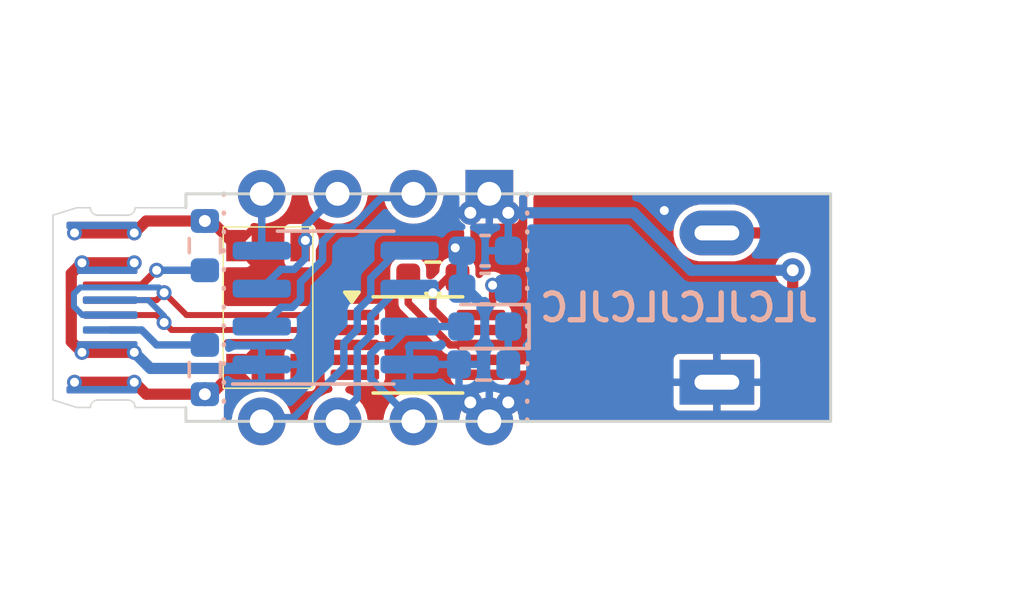
<source format=kicad_pcb>
(kicad_pcb (version 20240108) (generator "pcbnew") (generator_version "8.0")
  (layers (0 "F.Cu" signal) (31 "B.Cu" signal) (34 "B.Paste" user) (35 "F.Paste" user) (36 "B.SilkS" user "B.Silkscreen") (37 "F.SilkS" user "F.Silkscreen") (38 "B.Mask" user) (39 "F.Mask" user) (44 "Edge.Cuts" user))
  (net 0 "")
  (net 1 "GND")
  (net 2 "Net-(U2-V3)")
  (net 3 "D+")
  (net 4 "D-")
  (net 5 "PA3")
  (net 6 "PA6")
  (net 7 "Net-(D1-K)")
  (net 8 "PA7")
  (net 9 "PA1")
  (net 10 "Net-(J1-CC1)")
  (net 11 "Net-(J1-CC2)")
  (net 12 "PA2")
  (net 13 "VCC")
  (net 14 "/Vedlc")
  (net 15 "UPDI")
  (net 16 "Net-(U2-TXD)")
  (footprint "Library:sw" (layer "F.Cu") (at 119.05 100 180)
    (property "Reference" "SW2" (hide yes))
    (property "Value" "SW_SPDT" (hide yes))
    (pad "1" smd roundrect (at 0 -2.5 180) (size 2 1) (layers "F.Cu" "F.Paste" "F.Mask") (roundrect_rratio 0.5))
    (pad "2" smd roundrect (at 0 0 180) (size 2 1) (layers "F.Cu" "F.Paste" "F.Mask") (roundrect_rratio 0.5) (net 13 "VCC"))
    (pad "3" smd roundrect (at 0 2.5 180) (size 2 1) (layers "F.Cu" "F.Paste" "F.Mask") (roundrect_rratio 0.5) (net 14 "/Vedlc"))
  )
  (footprint "Package_DIP:DIP-8_W7.62mm_Socket" (layer "F.Cu") (at 108.89 96.19 -90)
    (property "Reference" "J2" (hide yes))
    (property "Value" "OUT" (hide yes))
    (pad "1" thru_hole rect (at 0 0 270) (size 1.6 1.6) (drill 0.8) (layers "*.Cu" "*.Mask") (net 13 "VCC"))
    (pad "2" thru_hole oval (at 0 2.54 270) (size 1.6 1.6) (drill 0.8) (layers "*.Cu" "*.Mask") (net 6 "PA6"))
    (pad "3" thru_hole oval (at 0 5.08 270) (size 1.6 1.6) (drill 0.8) (layers "*.Cu" "*.Mask") (net 8 "PA7"))
    (pad "4" thru_hole oval (at 0 7.62 270) (size 1.6 1.6) (drill 0.8) (layers "*.Cu" "*.Mask") (net 9 "PA1"))
    (pad "5" thru_hole oval (at 7.62 7.62 270) (size 1.6 1.6) (drill 0.8) (layers "*.Cu" "*.Mask") (net 12 "PA2"))
    (pad "6" thru_hole oval (at 7.62 5.08 270) (size 1.6 1.6) (drill 0.8) (layers "*.Cu" "*.Mask") (net 15 "UPDI"))
    (pad "7" thru_hole oval (at 7.62 2.54 270) (size 1.6 1.6) (drill 0.8) (layers "*.Cu" "*.Mask") (net 5 "PA3"))
    (pad "8" thru_hole oval (at 7.62 0 270) (size 1.6 1.6) (drill 0.8) (layers "*.Cu" "*.Mask") (net 1 "GND"))
  )
  (footprint "Package_SO:MSOP-10_3x3mm_P0.5mm" (layer "F.Cu") (at 106.5 101.25)
    (property "Reference" "U2" (hide yes))
    (property "Value" "CH340E" (hide yes))
    (fp_line (start 0 -1.61) (end -1.5 -1.61) (stroke (width 0.12)) (layer "F.SilkS"))
    (fp_line (start 0 -1.61) (end 1.5 -1.61) (stroke (width 0.12)) (layer "F.SilkS"))
    (fp_line (start 0 1.61) (end -1.5 1.61) (stroke (width 0.12)) (layer "F.SilkS"))
    (fp_line (start 0 1.61) (end 1.5 1.61) (stroke (width 0.12)) (layer "F.SilkS"))
    (fp_poly (pts (xy -2.2125 -1.435) (xy -2.4525 -1.765) (xy -1.9725 -1.765) (xy -2.2125 -1.435)) (stroke (width 0.12)) (fill solid) (layer "F.SilkS"))
    (pad "1" smd roundrect (at -2.1125 -1) (size 1.625 0.35) (layers "F.Cu" "F.Paste" "F.Mask") (net 3 "D+"))
    (pad "2" smd roundrect (at -2.1125 -0.5) (size 1.625 0.35) (layers "F.Cu" "F.Paste" "F.Mask") (net 4 "D-"))
    (pad "3" smd roundrect (at -2.1125 0) (size 1.625 0.35) (layers "F.Cu" "F.Paste" "F.Mask") (net 1 "GND"))
    (pad "4" smd roundrect (at -2.1125 0.5) (size 1.625 0.35) (layers "F.Cu" "F.Paste" "F.Mask"))
    (pad "5" smd roundrect (at -2.1125 1) (size 1.625 0.35) (layers "F.Cu" "F.Paste" "F.Mask"))
    (pad "6" smd roundrect (at 2.1125 1) (size 1.625 0.35) (layers "F.Cu" "F.Paste" "F.Mask"))
    (pad "7" smd roundrect (at 2.1125 0.5) (size 1.625 0.35) (layers "F.Cu" "F.Paste" "F.Mask") (net 13 "VCC"))
    (pad "8" smd roundrect (at 2.1125 0) (size 1.625 0.35) (layers "F.Cu" "F.Paste" "F.Mask") (net 16 "Net-(U2-TXD)"))
    (pad "9" smd roundrect (at 2.1125 -0.5) (size 1.625 0.35) (layers "F.Cu" "F.Paste" "F.Mask") (net 15 "UPDI"))
    (pad "10" smd roundrect (at 2.1125 -1) (size 1.625 0.35) (layers "F.Cu" "F.Paste" "F.Mask") (net 2 "Net-(U2-V3)"))
  )
  (footprint "LOGO" (layer "F.Cu") (at 104.25 98.25)
    (property "Reference" "G***" (hide yes))
    (property "Value" "LOGO" (hide yes))
  )
  (footprint "Library:alps-skrp" (layer "F.Cu") (at 101.48 100 -90)
    (property "Reference" "SW1" (hide yes))
    (property "Value" "SW_Push" (hide yes))
    (fp_rect (start 2.7 1.5) (end -2.7 -1.5) (stroke (width 0.05)) (fill none) (layer "F.SilkS"))
    (pad "1" smd rect (at -2.075 1.075 270) (size 1.05 0.65) (layers "F.Cu" "F.Paste" "F.Mask") (net 1 "GND"))
    (pad "1" smd rect (at 2.075 1.075 270) (size 1.05 0.65) (layers "F.Cu" "F.Paste" "F.Mask") (net 1 "GND"))
    (pad "2" smd rect (at -2.075 -1.075 270) (size 1.05 0.65) (layers "F.Cu" "F.Paste" "F.Mask") (net 8 "PA7"))
    (pad "2" smd rect (at 2.075 -1.075 270) (size 1.05 0.65) (layers "F.Cu" "F.Paste" "F.Mask"))
  )
  (footprint "Library:USB-C" (layer "F.Cu") (at 98.73 100 180)
    (property "Reference" "J1" (hide yes))
    (property "Value" "USB-C" (hide yes))
    (fp_line (start 4.45 3.095) (end 4.45 0) (stroke (width 0.05)) (layer "Edge.Cuts"))
    (fp_line (start 4.45 -3.095) (end 4.45 0) (stroke (width 0.05)) (layer "Edge.Cuts"))
    (fp_line (start 3.65 3.345) (end 4.45 3.095) (stroke (width 0.05)) (layer "Edge.Cuts"))
    (fp_line (start 3.65 -3.345) (end 4.45 -3.095) (stroke (width 0.05)) (layer "Edge.Cuts"))
    (fp_line (start 3.2 3.345) (end 3.65 3.345) (stroke (width 0.05)) (layer "Edge.Cuts"))
    (fp_line (start 3.2 -3.345) (end 3.65 -3.345) (stroke (width 0.05)) (layer "Edge.Cuts"))
    (fp_line (start 1.95 3.095) (end 2.95 3.095) (stroke (width 0.05)) (layer "Edge.Cuts"))
    (fp_line (start 1.95 -3.095) (end 2.95 -3.095) (stroke (width 0.05)) (layer "Edge.Cuts"))
    (fp_line (start 0 3.345) (end 1.7 3.345) (stroke (width 0.05)) (layer "Edge.Cuts"))
    (fp_line (start 0 -3.345) (end 1.7 -3.345) (stroke (width 0.05)) (layer "Edge.Cuts"))
    (fp_arc (start 3.2 -3.345) (mid 3.126777 -3.168223) (end 2.95 -3.095) (stroke (width 0.05)) (layer "Edge.Cuts"))
    (fp_arc (start 2.95 3.095) (mid 3.126777 3.168223) (end 3.2 3.345) (stroke (width 0.05)) (layer "Edge.Cuts"))
    (fp_arc (start 1.95 -3.095) (mid 1.773223 -3.168223) (end 1.7 -3.345) (stroke (width 0.05)) (layer "Edge.Cuts"))
    (fp_arc (start 1.7 3.345) (mid 1.773223 3.168223) (end 1.95 3.095) (stroke (width 0.05)) (layer "Edge.Cuts"))
    (pad "1" smd roundrect (at 2.81 -2.75 180) (size 2.38 0.25) (layers "F.Cu" "F.Paste" "F.Mask") (net 1 "GND"))
    (pad "1" smd roundrect (at 2.81 -2.75 180) (size 2.38 0.25) (layers "B.Cu" "B.Paste" "B.Mask") (net 1 "GND"))
    (pad "1" smd roundrect (at 2.81 2.75 180) (size 2.38 0.25) (layers "F.Cu" "F.Paste" "F.Mask") (net 1 "GND"))
    (pad "1" smd roundrect (at 2.81 2.75 180) (size 2.38 0.25) (layers "B.Cu" "B.Paste" "B.Mask") (net 1 "GND"))
    (pad "2" smd roundrect (at 2.535 -0.25 180) (size 1.83 0.25) (layers "B.Cu" "B.Paste" "B.Mask") (net 3 "D+"))
    (pad "2" smd roundrect (at 2.535 0.25 180) (size 1.83 0.25) (layers "F.Cu" "F.Paste" "F.Mask") (net 3 "D+"))
    (pad "3" smd roundrect (at 2.535 -0.25 180) (size 1.83 0.25) (layers "F.Cu" "F.Paste" "F.Mask") (net 4 "D-"))
    (pad "3" smd roundrect (at 2.535 0.25 180) (size 1.83 0.25) (layers "B.Cu" "B.Paste" "B.Mask") (net 4 "D-"))
    (pad "4" smd roundrect (at 2.635 -1.25 180) (size 2.03 0.25) (layers "F.Cu" "F.Paste" "F.Mask") (net 13 "VCC"))
    (pad "4" smd roundrect (at 2.635 -1.25 180) (size 2.03 0.25) (layers "B.Cu" "B.Paste" "B.Mask") (net 13 "VCC"))
    (pad "4" smd roundrect (at 2.635 1.25 180) (size 2.03 0.25) (layers "F.Cu" "F.Paste" "F.Mask") (net 13 "VCC"))
    (pad "4" smd roundrect (at 2.635 1.25 180) (size 2.03 0.25) (layers "B.Cu" "B.Paste" "B.Mask") (net 13 "VCC"))
    (pad "5" smd roundrect (at 2.535 0.75 180) (size 1.83 0.25) (layers "F.Cu" "F.Paste" "F.Mask") (net 10 "Net-(J1-CC1)"))
    (pad "6" smd roundrect (at 2.535 -0.75 180) (size 1.83 0.25) (layers "B.Cu" "B.Paste" "B.Mask") (net 11 "Net-(J1-CC2)"))
  )
  (footprint "Resistor_SMD:R_0603_1608Metric" (layer "F.Cu") (at 107 99)
    (property "Reference" "R2" (hide yes))
    (property "Value" "4.7k" (hide yes))
    (fp_line (start -0.237258 -0.5225) (end 0.237258 -0.5225) (stroke (width 0.12)) (layer "F.SilkS"))
    (fp_line (start -0.237258 0.5225) (end 0.237258 0.5225) (stroke (width 0.12)) (layer "F.SilkS"))
    (pad "1" smd roundrect (at -0.825 0) (size 0.8 0.95) (layers "F.Cu" "F.Paste" "F.Mask") (net 16 "Net-(U2-TXD)"))
    (pad "2" smd roundrect (at 0.825 0) (size 0.8 0.95) (layers "F.Cu" "F.Paste" "F.Mask") (net 15 "UPDI"))
  )
  (footprint "LOGO" (layer "F.Cu") (at 112.75 100)
    (property "Reference" "G***" (hide yes))
    (property "Value" "LOGO" (hide yes))
  )
  (footprint "Library:edlc" (layer "F.Cu") (at 116.51 100)
    (property "Reference" "C2" (hide yes))
    (property "Value" "1F5" (hide yes))
    (pad "1" thru_hole oval (at 0 -2.5) (size 2.5 1.5) (drill oval 1.5 0.5) (layers "*.Cu" "*.Mask") (net 14 "/Vedlc"))
    (pad "2" thru_hole rect (at 0 2.5) (size 2.5 1.5) (drill oval 1.5 0.5) (layers "*.Cu" "*.Mask") (net 1 "GND"))
  )
  (footprint "LED_SMD:LED_0603_1608Metric" (layer "B.Cu") (at 108.7375 100.635 180)
    (property "Reference" "D1" (hide yes))
    (property "Value" "LED" (hide yes))
    (fp_line (start 0.8 0.735) (end -1.485 0.735) (stroke (width 0.12)) (layer "B.SilkS"))
    (fp_line (start -1.485 0.735) (end -1.485 -0.735) (stroke (width 0.12)) (layer "B.SilkS"))
    (fp_line (start -1.485 -0.735) (end 0.8 -0.735) (stroke (width 0.12)) (layer "B.SilkS"))
    (pad "1" smd roundrect (at -0.7875 0 180) (size 0.875 0.95) (layers "B.Cu" "B.Paste" "B.Mask") (net 7 "Net-(D1-K)"))
    (pad "2" smd roundrect (at 0.7875 0 180) (size 0.875 0.95) (layers "B.Cu" "B.Paste" "B.Mask") (net 5 "PA3"))
  )
  (footprint "Resistor_SMD:R_0603_1608Metric" (layer "B.Cu") (at 108.7 101.905 180)
    (property "Reference" "R1" (hide yes))
    (property "Value" "10k" (hide yes))
    (fp_line (start -0.237258 0.5225) (end 0.237258 0.5225) (stroke (width 0.12)) (layer "B.SilkS"))
    (fp_line (start -0.237258 -0.5225) (end 0.237258 -0.5225) (stroke (width 0.12)) (layer "B.SilkS"))
    (pad "1" smd roundrect (at -0.825 0 180) (size 0.8 0.95) (layers "B.Cu" "B.Paste" "B.Mask") (net 7 "Net-(D1-K)"))
    (pad "2" smd roundrect (at 0.825 0 180) (size 0.8 0.95) (layers "B.Cu" "B.Paste" "B.Mask") (net 1 "GND"))
  )
  (footprint "Resistor_SMD:R_0603_1608Metric" (layer "B.Cu") (at 99.365 102.075 -90)
    (property "Reference" "R6" (hide yes))
    (property "Value" "5k1" (hide yes))
    (fp_line (start -0.237258 0.5225) (end 0.237258 0.5225) (stroke (width 0.12)) (layer "B.SilkS"))
    (fp_line (start -0.237258 -0.5225) (end 0.237258 -0.5225) (stroke (width 0.12)) (layer "B.SilkS"))
    (pad "1" smd roundrect (at -0.825 0 270) (size 0.8 0.95) (layers "B.Cu" "B.Paste" "B.Mask") (net 11 "Net-(J1-CC2)"))
    (pad "2" smd roundrect (at 0.825 0 270) (size 0.8 0.95) (layers "B.Cu" "B.Paste" "B.Mask") (net 1 "GND"))
  )
  (footprint "Capacitor_SMD:C_0603_1608Metric" (layer "B.Cu") (at 108.75 98.095 180)
    (property "Reference" "C1" (hide yes))
    (property "Value" "4u7" (hide yes))
    (fp_line (start -0.14058 0.51) (end 0.14058 0.51) (stroke (width 0.12)) (layer "B.SilkS"))
    (fp_line (start -0.14058 -0.51) (end 0.14058 -0.51) (stroke (width 0.12)) (layer "B.SilkS"))
    (pad "1" smd roundrect (at -0.775 0 180) (size 0.9 0.95) (layers "B.Cu" "B.Paste" "B.Mask") (net 13 "VCC"))
    (pad "2" smd roundrect (at 0.775 0 180) (size 0.9 0.95) (layers "B.Cu" "B.Paste" "B.Mask") (net 1 "GND"))
  )
  (footprint "Package_SO:SOIC-8_3.9x4.9mm_P1.27mm" (layer "B.Cu") (at 103.745 100)
    (property "Reference" "U1" (hide yes))
    (property "Value" "ATtiny202-SS" (hide yes))
    (fp_line (start 0 -2.56) (end -1.95 -2.56) (stroke (width 0.12)) (layer "B.SilkS"))
    (fp_line (start 0 -2.56) (end 1.95 -2.56) (stroke (width 0.12)) (layer "B.SilkS"))
    (fp_line (start 0 2.56) (end -3.45 2.56) (stroke (width 0.12)) (layer "B.SilkS"))
    (fp_line (start 0 2.56) (end 1.95 2.56) (stroke (width 0.12)) (layer "B.SilkS"))
    (pad "1" smd roundrect (at -2.475 1.905) (size 1.95 0.6) (layers "B.Cu" "B.Paste" "B.Mask") (net 13 "VCC"))
    (pad "2" smd roundrect (at -2.475 0.635) (size 1.95 0.6) (layers "B.Cu" "B.Paste" "B.Mask") (net 6 "PA6"))
    (pad "3" smd roundrect (at -2.475 -0.635) (size 1.95 0.6) (layers "B.Cu" "B.Paste" "B.Mask") (net 8 "PA7"))
    (pad "4" smd roundrect (at -2.475 -1.905) (size 1.95 0.6) (layers "B.Cu" "B.Paste" "B.Mask") (net 9 "PA1"))
    (pad "5" smd roundrect (at 2.475 -1.905) (size 1.95 0.6) (layers "B.Cu" "B.Paste" "B.Mask") (net 12 "PA2"))
    (pad "6" smd roundrect (at 2.475 -0.635) (size 1.95 0.6) (layers "B.Cu" "B.Paste" "B.Mask") (net 15 "UPDI"))
    (pad "7" smd roundrect (at 2.475 0.635) (size 1.95 0.6) (layers "B.Cu" "B.Paste" "B.Mask") (net 5 "PA3"))
    (pad "8" smd roundrect (at 2.475 1.905) (size 1.95 0.6) (layers "B.Cu" "B.Paste" "B.Mask") (net 1 "GND"))
  )
  (footprint "Resistor_SMD:R_0603_1608Metric" (layer "B.Cu") (at 99.365 97.925 90)
    (property "Reference" "R5" (hide yes))
    (property "Value" "5k1" (hide yes))
    (fp_line (start -0.237258 -0.5225) (end 0.237258 -0.5225) (stroke (width 0.12)) (layer "B.SilkS"))
    (fp_line (start -0.237258 0.5225) (end 0.237258 0.5225) (stroke (width 0.12)) (layer "B.SilkS"))
    (pad "1" smd roundrect (at -0.825 0 90) (size 0.8 0.95) (layers "B.Cu" "B.Paste" "B.Mask") (net 10 "Net-(J1-CC1)"))
    (pad "2" smd roundrect (at 0.825 0 90) (size 0.8 0.95) (layers "B.Cu" "B.Paste" "B.Mask") (net 1 "GND"))
  )
  (footprint "Capacitor_SMD:C_0603_1608Metric" (layer "B.Cu") (at 108.75 99.365 180)
    (property "Reference" "C3" (hide yes))
    (property "Value" "0u1" (hide yes))
    (fp_line (start -0.14058 0.51) (end 0.14058 0.51) (stroke (width 0.12)) (layer "B.SilkS"))
    (fp_line (start -0.14058 -0.51) (end 0.14058 -0.51) (stroke (width 0.12)) (layer "B.SilkS"))
    (pad "1" smd roundrect (at -0.775 0 180) (size 0.9 0.95) (layers "B.Cu" "B.Paste" "B.Mask") (net 2 "Net-(U2-V3)"))
    (pad "2" smd roundrect (at 0.775 0 180) (size 0.9 0.95) (layers "B.Cu" "B.Paste" "B.Mask") (net 1 "GND"))
  )
  (gr_line (start 110.16 96.19) (end 110.16 103.81) (stroke (width 0.15) (type dot)) (layer "B.SilkS"))
  (gr_line (start 100 96.19) (end 100 103.81) (stroke (width 0.15) (type dot)) (layer "B.SilkS"))
  (gr_line (start 110.16 103.81) (end 98.73 103.81) (stroke (width 0.1)) (layer "Edge.Cuts"))
  (gr_line (start 98.73 103.345) (end 98.73 103.81) (stroke (width 0.1)) (layer "Edge.Cuts"))
  (gr_line (start 120.32 103.81) (end 120.32 96.19) (stroke (width 0.1)) (layer "Edge.Cuts"))
  (gr_line (start 98.73 96.19) (end 110.16 96.19) (stroke (width 0.1)) (layer "Edge.Cuts"))
  (gr_line (start 98.73 96.19) (end 98.73 96.655) (stroke (width 0.1)) (layer "Edge.Cuts"))
  (gr_line (start 110.16 103.81) (end 120.32 103.81) (stroke (width 0.1)) (layer "Edge.Cuts"))
  (gr_line (start 110.16 96.19) (end 120.32 96.19) (stroke (width 0.1)) (layer "Edge.Cuts"))
  (gr_text "JLCJLCJLCJLC" (at 115.24 100 0) (layer "B.SilkS") (effects (font (size 0.9 0.9) (thickness 0.18) (bold yes)) (justify mirror)))
  (segment (start 99.365 97.1) (end 97.4 97.1) (width 0.375) (layer "F.Cu") (net 1))
  (segment (start 99.365 102.9) (end 99.58 102.9) (width 0.375) (layer "F.Cu") (net 1))
  (segment (start 99.365 97.1) (end 99.58 97.1) (width 0.375) (layer "F.Cu") (net 1))
  (segment (start 97.4 97.1) (end 97 97.5) (width 0.375) (layer "F.Cu") (net 1))
  (segment (start 99.58 97.1) (end 100.405 97.925) (width 0.375) (layer "F.Cu") (net 1))
  (segment (start 99.365 102.9) (end 97.4 102.9) (width 0.375) (layer "F.Cu") (net 1))
  (segment (start 99.58 102.9) (end 100.405 102.075) (width 0.375) (layer "F.Cu") (net 1))
  (segment (start 97.4 102.9) (end 97 102.5) (width 0.375) (layer "F.Cu") (net 1))
  (segment (start 95 102.5) (end 97 102.5) (width 0.375) (layer "F.Cu") (net 1))
  (segment (start 97 97.5) (end 95 97.5) (width 0.375) (layer "F.Cu") (net 1))
  (via (at 99.365 102.9) (size 0.8) (drill 0.4) (layers "F.Cu" "B.Cu") (net 1))
  (via (at 107.75 98) (size 0.5) (drill 0.3) (layers "F.Cu" "B.Cu") (net 1))
  (via (at 99.365 97.1) (size 0.8) (drill 0.4) (layers "F.Cu" "B.Cu") (net 1))
  (via (at 97 97.5) (size 0.5) (drill 0.3) (layers "F.Cu" "B.Cu") (net 1))
  (via (at 108.255 103.175) (size 0.8) (drill 0.4) (layers "F.Cu" "B.Cu") (net 1))
  (via (at 95 102.5) (size 0.5) (drill 0.3) (layers "F.Cu" "B.Cu") (net 1))
  (via (at 109.525 103.175) (size 0.8) (drill 0.4) (layers "F.Cu" "B.Cu") (net 1))
  (via (at 95 97.5) (size 0.5) (drill 0.3) (layers "F.Cu" "B.Cu") (net 1))
  (via (at 114.75 96.75) (size 0.5) (drill 0.3) (layers "F.Cu" "B.Cu") (net 1))
  (via (at 97 102.5) (size 0.5) (drill 0.3) (layers "F.Cu" "B.Cu") (net 1))
  (segment (start 107.975 99.365) (end 108.115 99.365) (width 0.375) (layer "B.Cu") (net 1))
  (segment (start 108.115 99.365) (end 108.75 100) (width 0.375) (layer "B.Cu") (net 1))
  (segment (start 107.975 98.095) (end 107.975 99.365) (width 0.375) (layer "B.Cu") (net 1))
  (segment (start 109 99.25) (end 109 99.8625) (width 0.25) (layer "F.Cu") (net 2))
  (segment (start 109 99.8625) (end 108.6125 100.25) (width 0.25) (layer "F.Cu") (net 2))
  (via (at 109 99.25) (size 0.5) (drill 0.3) (layers "F.Cu" "B.Cu") (net 2))
  (segment (start 98.75 100.25) (end 104.3875 100.25) (width 0.2) (layer "F.Cu") (net 3))
  (segment (start 98 99.5) (end 97.75 99.75) (width 0.2) (layer "F.Cu") (net 3))
  (segment (start 98 99.5) (end 98.75 100.25) (width 0.2) (layer "F.Cu") (net 3))
  (segment (start 97.75 99.75) (end 96.195 99.75) (width 0.2) (layer "F.Cu") (net 3))
  (via (at 98 99.5) (size 0.5) (drill 0.3) (layers "F.Cu" "B.Cu") (net 3))
  (segment (start 94.98 99.964386) (end 95.265614 100.25) (width 0.2) (layer "B.Cu") (net 3))
  (segment (start 97.825 99.325) (end 95.190614 99.325) (width 0.2) (layer "B.Cu") (net 3))
  (segment (start 94.98 99.535614) (end 94.98 99.964386) (width 0.2) (layer "B.Cu") (net 3))
  (segment (start 95.190614 99.325) (end 94.98 99.535614) (width 0.2) (layer "B.Cu") (net 3))
  (segment (start 98 99.5) (end 97.825 99.325) (width 0.2) (layer "B.Cu") (net 3))
  (segment (start 95.265614 100.25) (end 96.195 100.25) (width 0.2) (layer "B.Cu") (net 3))
  (segment (start 97.75 100.25) (end 96.195 100.25) (width 0.2) (layer "F.Cu") (net 4))
  (segment (start 98.25 100.75) (end 104.3875 100.75) (width 0.2) (layer "F.Cu") (net 4))
  (segment (start 98 100.5) (end 98.25 100.75) (width 0.2) (layer "F.Cu") (net 4))
  (segment (start 98 100.5) (end 97.75 100.25) (width 0.2) (layer "F.Cu") (net 4))
  (via (at 98 100.5) (size 0.5) (drill 0.3) (layers "F.Cu" "B.Cu") (net 4))
  (segment (start 98 100.5) (end 98 100.277818) (width 0.2) (layer "B.Cu") (net 4))
  (segment (start 97.472182 99.75) (end 96.195 99.75) (width 0.2) (layer "B.Cu") (net 4))
  (segment (start 98 100.277818) (end 97.472182 99.75) (width 0.2) (layer "B.Cu") (net 4))
  (segment (start 106.225 103.685) (end 106.35 103.685) (width 0.25) (layer "B.Cu") (net 5))
  (segment (start 106.22 100.635) (end 107.95 100.635) (width 0.25) (layer "B.Cu") (net 5))
  (segment (start 105.194092 101.28) (end 104.92 101.554092) (width 0.25) (layer "B.Cu") (net 5))
  (segment (start 104.92 102.38) (end 106.225 103.685) (width 0.25) (layer "B.Cu") (net 5))
  (segment (start 105.575 101.28) (end 105.194092 101.28) (width 0.25) (layer "B.Cu") (net 5))
  (segment (start 106.22 100.635) (end 105.575 101.28) (width 0.25) (layer "B.Cu") (net 5))
  (segment (start 104.92 101.554092) (end 104.92 102.38) (width 0.25) (layer "B.Cu") (net 5))
  (segment (start 104.275991 97.315) (end 105.275991 96.315) (width 0.25) (layer "B.Cu") (net 6))
  (segment (start 105.275991 96.315) (end 106.35 96.315) (width 0.25) (layer "B.Cu") (net 6))
  (segment (start 102.57 99.143148) (end 103.305095 98.408053) (width 0.25) (layer "B.Cu") (net 6))
  (segment (start 103.305095 97.785896) (end 103.775991 97.315) (width 0.25) (layer "B.Cu") (net 6))
  (segment (start 101.27 100.635) (end 101.915 99.99) (width 0.25) (layer "B.Cu") (net 6))
  (segment (start 103.775991 97.315) (end 104.275991 97.315) (width 0.25) (layer "B.Cu") (net 6))
  (segment (start 102.295908 99.99) (end 102.57 99.715908) (width 0.25) (layer "B.Cu") (net 6))
  (segment (start 101.915 99.99) (end 102.295908 99.99) (width 0.25) (layer "B.Cu") (net 6))
  (segment (start 103.305095 98.408053) (end 103.305095 97.785896) (width 0.25) (layer "B.Cu") (net 6))
  (segment (start 102.57 99.715908) (end 102.57 99.143148) (width 0.25) (layer "B.Cu") (net 6))
  (segment (start 109.525 100.635) (end 109.525 101.905) (width 0.25) (layer "B.Cu") (net 7))
  (via (at 102.730095 97.74997) (size 0.5) (drill 0.3) (layers "F.Cu" "B.Cu") (net 8))
  (segment (start 101.915 98.72) (end 102.356752 98.72) (width 0.25) (layer "B.Cu") (net 8))
  (segment (start 102.356752 98.72) (end 102.728746 98.348006) (width 0.25) (layer "B.Cu") (net 8))
  (segment (start 102.730095 97.74997) (end 102.730095 97.269905) (width 0.25) (layer "B.Cu") (net 8))
  (segment (start 101.27 99.365) (end 101.915 98.72) (width 0.25) (layer "B.Cu") (net 8))
  (segment (start 103.685 96.315) (end 103.81 96.315) (width 0.25) (layer "B.Cu") (net 8))
  (segment (start 102.730095 97.269905) (end 103.685 96.315) (width 0.25) (layer "B.Cu") (net 8))
  (segment (start 102.728746 97.751319) (end 102.730095 97.74997) (width 0.25) (layer "B.Cu") (net 8))
  (segment (start 102.728746 98.348006) (end 102.728746 97.751319) (width 0.25) (layer "B.Cu") (net 8))
  (segment (start 101.27 98.095) (end 101.27 96.315) (width 0.25) (layer "B.Cu") (net 9))
  (segment (start 97.25 99.25) (end 96.195 99.25) (width 0.25) (layer "F.Cu") (net 10))
  (segment (start 97.75 98.75) (end 97.25 99.25) (width 0.25) (layer "F.Cu") (net 10))
  (via (at 97.75 98.75) (size 0.5) (drill 0.3) (layers "F.Cu" "B.Cu") (net 10))
  (segment (start 97.75 98.75) (end 99.365 98.75) (width 0.25) (layer "B.Cu") (net 10))
  (segment (start 96.195 100.75) (end 97.25 100.75) (width 0.25) (layer "B.Cu") (net 11))
  (segment (start 97.25 100.75) (end 97.75 101.25) (width 0.25) (layer "B.Cu") (net 11))
  (segment (start 97.75 101.25) (end 99.365 101.25) (width 0.25) (layer "B.Cu") (net 11))
  (segment (start 102.344009 103.685) (end 101.27 103.685) (width 0.25) (layer "B.Cu") (net 12))
  (segment (start 106.22 98.095) (end 105.839092 98.095) (width 0.25) (layer "B.Cu") (net 12))
  (segment (start 104.02 102.009009) (end 102.344009 103.685) (width 0.25) (layer "B.Cu") (net 12))
  (segment (start 104.92 99.647696) (end 104.47 100.097696) (width 0.25) (layer "B.Cu") (net 12))
  (segment (start 105.839092 98.095) (end 104.92 99.014092) (width 0.25) (layer "B.Cu") (net 12))
  (segment (start 104.02 101.1813) (end 104.02 102.009009) (width 0.25) (layer "B.Cu") (net 12))
  (segment (start 104.47 100.097696) (end 104.47 100.7313) (width 0.25) (layer "B.Cu") (net 12))
  (segment (start 104.92 99.014092) (end 104.92 99.647696) (width 0.25) (layer "B.Cu") (net 12))
  (segment (start 104.47 100.7313) (end 104.02 101.1813) (width 0.25) (layer "B.Cu") (net 12))
  (segment (start 97 98.5) (end 95.25 98.5) (width 0.375) (layer "F.Cu") (net 13))
  (segment (start 94.8925 98.8575) (end 94.8925 101.1425) (width 0.375) (layer "F.Cu") (net 13))
  (segment (start 94.8925 101.1425) (end 95.25 101.5) (width 0.375) (layer "F.Cu") (net 13))
  (segment (start 119.05 98.75) (end 119.05 100) (width 0.375) (layer "F.Cu") (net 13))
  (segment (start 95.25 98.5) (end 94.8925 98.8575) (width 0.375) (layer "F.Cu") (net 13))
  (segment (start 95.25 101.5) (end 97 101.5) (width 0.375) (layer "F.Cu") (net 13))
  (via (at 95.25 98.5) (size 0.5) (drill 0.3) (layers "F.Cu" "B.Cu") (net 13))
  (via (at 97 101.5) (size 0.5) (drill 0.3) (layers "F.Cu" "B.Cu") (net 13))
  (via (at 108.255 96.825) (size 0.8) (drill 0.4) (layers "F.Cu" "B.Cu") (net 13))
  (via (at 97 98.5) (size 0.5) (drill 0.3) (layers "F.Cu" "B.Cu") (net 13))
  (via (at 109.525 96.825) (size 0.8) (drill 0.4) (layers "F.Cu" "B.Cu") (net 13))
  (via (at 119.05 98.75) (size 0.8) (drill 0.4) (layers "F.Cu" "B.Cu") (net 13))
  (via (at 95.25 101.5) (size 0.5) (drill 0.3) (layers "F.Cu" "B.Cu") (net 13))
  (segment (start 101.335 101.905) (end 101.2025 102.0375) (width 0.375) (layer "B.Cu") (net 13))
  (segment (start 109.525 96.825) (end 109.525 98.095) (width 0.25) (layer "B.Cu") (net 13))
  (segment (start 97.5375 102.0375) (end 97 101.5) (width 0.375) (layer "B.Cu") (net 13))
  (segment (start 101.2025 102.0375) (end 97.5375 102.0375) (width 0.375) (layer "B.Cu") (net 13))
  (segment (start 119.05 98.75) (end 115.651332 98.75) (width 0.375) (layer "B.Cu") (net 13))
  (segment (start 115.651332 98.75) (end 113.726332 96.825) (width 0.375) (layer "B.Cu") (net 13))
  (segment (start 109.525 96.825) (end 107.62 96.825) (width 0.375) (layer "B.Cu") (net 13))
  (segment (start 113.726332 96.825) (end 109.525 96.825) (width 0.375) (layer "B.Cu") (net 13))
  (segment (start 116.51 97.5) (end 119.05 97.5) (width 0.375) (layer "F.Cu") (net 14))
  (segment (start 107 100.035788) (end 107 99.5) (width 0.25) (layer "F.Cu") (net 15))
  (segment (start 107.5 99) (end 107.825 99) (width 0.25) (layer "F.Cu") (net 15))
  (segment (start 107.5 99) (end 107 99.5) (width 0.25) (layer "F.Cu") (net 15))
  (segment (start 107.714212 100.75) (end 108.6125 100.75) (width 0.25) (layer "F.Cu") (net 15))
  (segment (start 107 100.035788) (end 107.714212 100.75) (width 0.25) (layer "F.Cu") (net 15))
  (via (at 107 99.5) (size 0.5) (drill 0.3) (layers "F.Cu" "B.Cu") (net 15))
  (segment (start 104.47 103.025) (end 103.81 103.685) (width 0.25) (layer "B.Cu") (net 15))
  (segment (start 106.22 99.365) (end 105.839092 99.365) (width 0.25) (layer "B.Cu") (net 15))
  (segment (start 104.92 100.917696) (end 104.47 101.367696) (width 0.25) (layer "B.Cu") (net 15))
  (segment (start 104.47 101.367696) (end 104.47 103.025) (width 0.25) (layer "B.Cu") (net 15))
  (segment (start 104.92 100.284092) (end 104.92 100.917696) (width 0.25) (layer "B.Cu") (net 15))
  (segment (start 105.839092 99.365) (end 104.92 100.284092) (width 0.25) (layer "B.Cu") (net 15))
  (segment (start 106.175 99.847184) (end 107.577816 101.25) (width 0.25) (layer "F.Cu") (net 16))
  (segment (start 106.175 99) (end 106.175 99.847184) (width 0.25) (layer "F.Cu") (net 16))
  (segment (start 107.577816 101.25) (end 108.6125 101.25) (width 0.25) (layer "F.Cu") (net 16))
  (zone (net 13) (net_name "VCC") (layer "F.Cu") (priority 1) (connect_pads (clearance 0.2)) (min_thickness 0.25) (fill yes (thermal_gap 0.2) (thermal_bridge_width 0.25))
    (polygon (pts (xy 108.255 94.92) (xy 110.16 94.92) (xy 110.16 101.905) (xy 108.255 101.905)))
  )
  (zone (net 1) (net_name "GND") (layer "F.Cu") (connect_pads (clearance 0.2)) (min_thickness 0.25) (fill yes (thermal_gap 0.2) (thermal_bridge_width 0.25))
    (polygon (pts (xy 100 94.92) (xy 100 105.08) (xy 120.32 105.08) (xy 120.32 94.92) (xy 110.16 94.92) (xy 110.16 101.905) (xy 108.255 101.905) (xy 108.255 101.27) (xy 108.255 94.92)))
  )
  (zone (net 1) (net_name "GND") (layer "B.Cu") (priority 1) (connect_pads (clearance 0.2)) (min_thickness 0.25) (fill yes (thermal_gap 0.2) (thermal_bridge_width 0.25))
    (polygon (pts (xy 105.08 98.73) (xy 110.16 98.73) (xy 110.16 94.92) (xy 120.32 94.92) (xy 120.32 105.08) (xy 105.08 105.08)))
  )
  (zone (net 13) (net_name "VCC") (layer "B.Cu") (connect_pads (clearance 0.2)) (min_thickness 0.25) (fill yes (thermal_gap 0.2) (thermal_bridge_width 0.25))
    (polygon (pts (xy 100 94.92) (xy 100 105.08) (xy 105.08 105.08) (xy 105.08 98.73) (xy 110.16 98.73) (xy 110.16 94.92)))
  )
)
</source>
